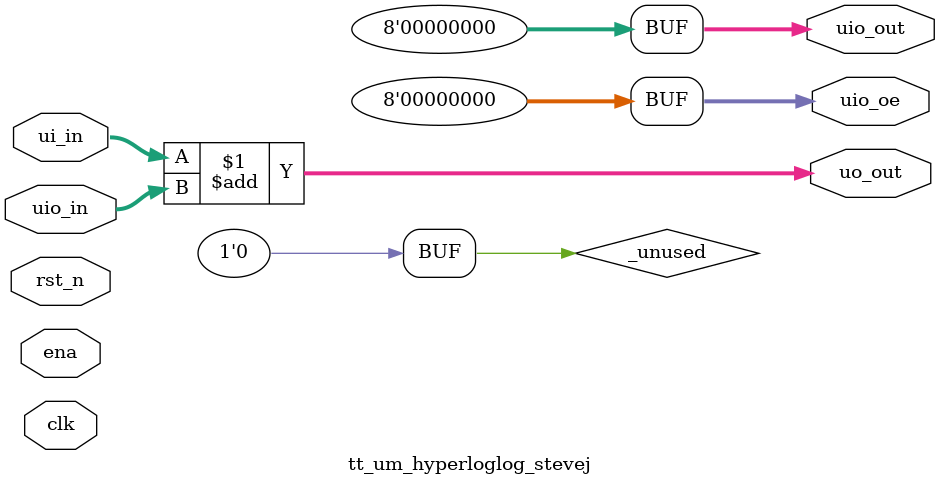
<source format=v>
/*
 * Copyright (c) 2024 Your Name
 * SPDX-License-Identifier: Apache-2.0
 */

`default_nettype none

module tt_um_hyperloglog_stevej (
    input  wire [7:0] ui_in,    // Dedicated inputs
    output wire [7:0] uo_out,   // Dedicated outputs
    input  wire [7:0] uio_in,   // IOs: Input path
    output wire [7:0] uio_out,  // IOs: Output path
    output wire [7:0] uio_oe,   // IOs: Enable path (active high: 0=input, 1=output)
    input  wire       ena,      // always 1 when the design is powered, so you can ignore it
    input  wire       clk,      // clock
    input  wire       rst_n     // reset_n - low to reset
);

  // All output pins must be assigned. If not used, assign to 0.
  assign uo_out  = ui_in + uio_in;  // Example: ou_out is the sum of ui_in and uio_in
  assign uio_out = 0;
  assign uio_oe  = 0;

  // List all unused inputs to prevent warnings
  wire _unused = &{ena, clk, rst_n, 1'b0};

endmodule

</source>
